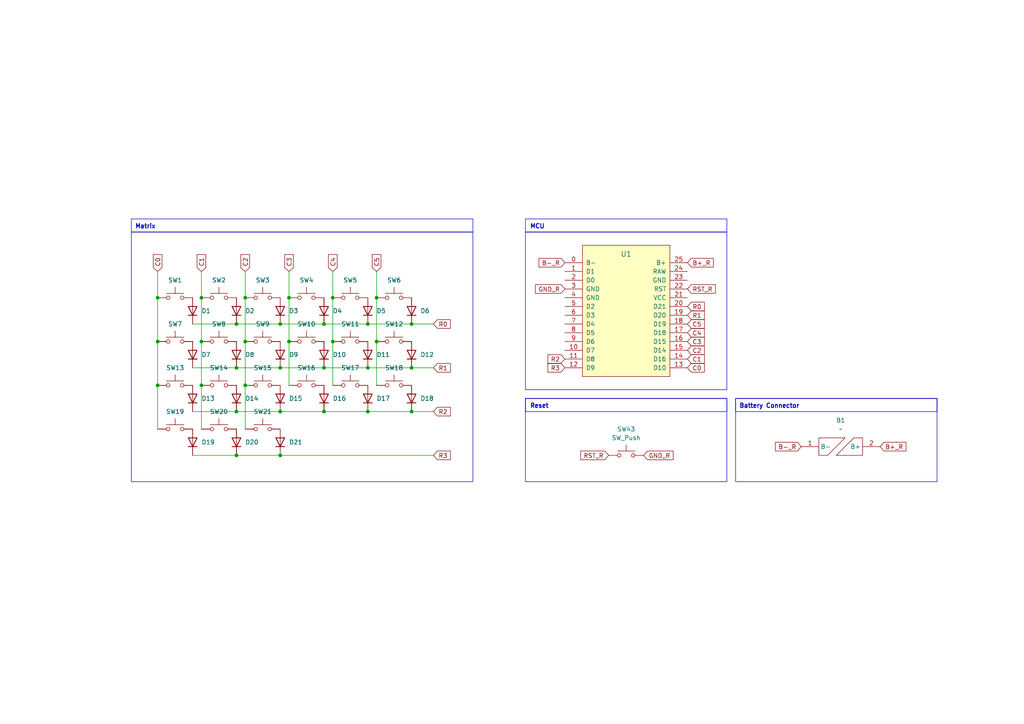
<source format=kicad_sch>
(kicad_sch (version 20250114) (generator "eeschema") (generator_version "9.0")
  (paper "A4")
  (lib_symbols
    (symbol "Switch:SW_Push" (pin_numbers (hide yes)) (pin_names (offset 1.016) (hide yes))
      (property "Reference" "SW" (at 1.27 2.54 0))
      (property "Value" "SW_Push" (at 0 -1.524 0))
      (symbol "SW_Push_0_1"
        (circle (center -2.032 0) (radius 0.508))
        (polyline (pts (xy 0 1.27) (xy 0 3.048)))
        (circle (center 2.032 0) (radius 0.508))
        (polyline (pts (xy 2.54 1.27) (xy -2.54 1.27)))
        (pin passive line (at -5.08 0 0) (length 2.54) (name "1") (number "1"))
        (pin passive line (at 5.08 0 180) (length 2.54) (name "2") (number "2"))
      )
    )
    (symbol "inpulib:BAT"
      (property "Reference" "B" (at 0 -4.064 0))
      (symbol "BAT_0_1"
        (polyline (pts (xy -1.27 -2.54) (xy 6.35 -2.54) (xy 6.35 2.54) (xy 3.81 2.54) (xy -1.27 -2.54)))
        (polyline (pts (xy 1.27 2.54) (xy -6.35 2.54) (xy -6.35 -2.54) (xy -3.81 -2.54) (xy 1.27 2.54)))
      )
      (symbol "BAT_1_1"
        (pin power_in line (at -11.43 0 0) (length 5.08) (name "B-") (number "1"))
        (pin power_out line (at 11.43 0 180) (length 5.08) (name "B+") (number "2"))
      )
    )
    (symbol "inpulib:D_1N4448W" (pin_numbers (hide yes)) (pin_names (hide yes))
      (property "Reference" "D" (at 0 2.54 0))
      (symbol "D_1N4448W_0_1"
        (polyline (pts (xy -1.27 1.27) (xy -1.27 -1.27)) (stroke (width 0.254)))
        (polyline (pts (xy 1.27 1.27) (xy 1.27 -1.27) (xy -1.27 0) (xy 1.27 1.27)) (stroke (width 0.254)))
        (polyline (pts (xy 1.27 0) (xy -1.27 0)))
      )
      (symbol "D_1N4448W_1_1"
        (pin passive line (at -3.81 0 0) (length 2.54) (name "K") (number "1"))
        (pin passive line (at 3.81 0 180) (length 2.54) (name "A") (number "2"))
      )
    )
    (symbol "inpulib:SW_Push" (pin_numbers (hide yes)) (pin_names (offset 1.016) (hide yes))
      (property "Reference" "SW" (at 1.27 2.54 0))
      (symbol "SW_Push_0_1"
        (circle (center -2.032 0) (radius 0.508))
        (polyline (pts (xy 0 1.27) (xy 0 3.048)))
        (circle (center 2.032 0) (radius 0.508))
        (polyline (pts (xy 2.54 1.27) (xy -2.54 1.27)))
        (pin passive line (at -5.08 0 0) (length 2.54) (name "1") (number "1"))
        (pin passive line (at 5.08 0 180) (length 2.54) (name "2") (number "2"))
      )
    )
    (symbol "inpulib:U_ProMicro_nRF52840" (pin_names (offset 1.016))
      (property "Reference" "U" (at 0 19.304 0))
      (symbol "U_ProMicro_nRF52840_1_1"
        (rectangle (start -12.7 21.59) (end 12.7 -16.51) (fill (type background)))
        (pin power_in line (at -17.78 16.51 0) (length 5.08) (name "B-") (number "0"))
        (pin bidirectional line (at -17.78 13.97 0) (length 5.08) (name "D1") (number "1"))
        (pin bidirectional line (at -17.78 11.43 0) (length 5.08) (name "D0") (number "2"))
        (pin power_in line (at -17.78 8.89 0) (length 5.08) (name "GND") (number "3"))
        (pin power_in line (at -17.78 6.35 0) (length 5.08) (name "GND") (number "4"))
        (pin bidirectional line (at -17.78 3.81 0) (length 5.08) (name "D2") (number "5"))
        (pin bidirectional line (at -17.78 1.27 0) (length 5.08) (name "D3") (number "6"))
        (pin bidirectional line (at -17.78 -1.27 0) (length 5.08) (name "D4") (number "7"))
        (pin bidirectional line (at -17.78 -3.81 0) (length 5.08) (name "D5") (number "8"))
        (pin bidirectional line (at -17.78 -6.35 0) (length 5.08) (name "D6") (number "9"))
        (pin bidirectional line (at -17.78 -8.89 0) (length 5.08) (name "D7") (number "10"))
        (pin bidirectional line (at -17.78 -11.43 0) (length 5.08) (name "D8") (number "11"))
        (pin bidirectional line (at -17.78 -13.97 0) (length 5.08) (name "D9") (number "12"))
        (pin power_out line (at 17.78 16.51 180) (length 5.08) (name "B+") (number "25"))
        (pin power_out line (at 17.78 13.97 180) (length 5.08) (name "RAW") (number "24"))
        (pin power_in line (at 17.78 11.43 180) (length 5.08) (name "GND") (number "23"))
        (pin input line (at 17.78 8.89 180) (length 5.08) (name "RST") (number "22"))
        (pin power_in line (at 17.78 6.35 180) (length 5.08) (name "VCC") (number "21"))
        (pin bidirectional line (at 17.78 3.81 180) (length 5.08) (name "D21") (number "20"))
        (pin bidirectional line (at 17.78 1.27 180) (length 5.08) (name "D20") (number "19"))
        (pin bidirectional line (at 17.78 -1.27 180) (length 5.08) (name "D19") (number "18"))
        (pin bidirectional line (at 17.78 -3.81 180) (length 5.08) (name "D18") (number "17"))
        (pin bidirectional line (at 17.78 -6.35 180) (length 5.08) (name "D15") (number "16"))
        (pin bidirectional line (at 17.78 -8.89 180) (length 5.08) (name "D14") (number "15"))
        (pin bidirectional line (at 17.78 -11.43 180) (length 5.08) (name "D16") (number "14"))
        (pin bidirectional line (at 17.78 -13.97 180) (length 5.08) (name "D10") (number "13"))
      )
    )
  )
  (rectangle (start 152.4 115.57) (end 210.82 139.7))
  (rectangle (start 152.4 115.57) (end 210.82 119.38))
  (rectangle (start 38.1 67.31) (end 137.16 139.7))
  (rectangle (start 38.1 63.5) (end 137.16 67.31))
  (rectangle (start 152.4 63.5) (end 210.82 67.31))
  (rectangle (start 152.4 67.31) (end 210.82 113.03))
  (rectangle (start 213.36 115.57) (end 271.78 119.38))
  (rectangle (start 213.36 115.57) (end 271.78 139.7))
  (text "Battery Connector\n" (at 214.376 117.856 0) (effects (font (size 1.27 1.27) (thickness 0.254)) (justify left)))
  (text "MCU" (at 153.67 65.786 0) (effects (font (size 1.27 1.27) (thickness 0.254)) (justify left)))
  (text "Matrix" (at 42.164 65.786 0) (effects (font (size 1.27 1.27) (thickness 0.254))))
  (text "Reset" (at 153.67 117.856 0) (effects (font (size 1.27 1.27) (thickness 0.254)) (justify left)))
  (junction (at 93.98 93.98))
  (junction (at 81.28 119.38))
  (junction (at 119.38 119.38))
  (junction (at 96.52 99.06))
  (junction (at 45.72 86.36))
  (junction (at 71.12 111.76))
  (junction (at 106.68 93.98))
  (junction (at 106.68 119.38))
  (junction (at 93.98 119.38))
  (junction (at 68.58 132.08))
  (junction (at 58.42 99.06))
  (junction (at 109.22 86.36))
  (junction (at 96.52 86.36))
  (junction (at 83.82 99.06))
  (junction (at 93.98 106.68))
  (junction (at 71.12 86.36))
  (junction (at 68.58 106.68))
  (junction (at 68.58 93.98))
  (junction (at 106.68 106.68))
  (junction (at 45.72 111.76))
  (junction (at 68.58 119.38))
  (junction (at 119.38 106.68))
  (junction (at 83.82 86.36))
  (junction (at 45.72 99.06))
  (junction (at 58.42 86.36))
  (junction (at 58.42 111.76))
  (junction (at 119.38 93.98))
  (junction (at 81.28 106.68))
  (junction (at 81.28 93.98))
  (junction (at 109.22 99.06))
  (junction (at 71.12 99.06))
  (junction (at 81.28 132.08))
  (wire (pts (xy 71.12 78.74) (xy 71.12 86.36)))
  (wire (pts (xy 81.28 93.98) (xy 93.98 93.98)))
  (wire (pts (xy 58.42 78.74) (xy 58.42 86.36)))
  (wire (pts (xy 55.88 106.68) (xy 68.58 106.68)))
  (wire (pts (xy 83.82 86.36) (xy 83.82 99.06)))
  (wire (pts (xy 83.82 78.74) (xy 83.82 86.36)))
  (wire (pts (xy 58.42 111.76) (xy 58.42 124.46)))
  (wire (pts (xy 71.12 86.36) (xy 71.12 99.06)))
  (wire (pts (xy 119.38 106.68) (xy 125.73 106.68)))
  (wire (pts (xy 58.42 86.36) (xy 58.42 99.06)))
  (wire (pts (xy 55.88 93.98) (xy 68.58 93.98)))
  (wire (pts (xy 45.72 99.06) (xy 45.72 111.76)))
  (wire (pts (xy 68.58 132.08) (xy 81.28 132.08)))
  (wire (pts (xy 119.38 93.98) (xy 125.73 93.98)))
  (wire (pts (xy 81.28 119.38) (xy 93.98 119.38)))
  (wire (pts (xy 71.12 99.06) (xy 71.12 111.76)))
  (wire (pts (xy 45.72 78.74) (xy 45.72 86.36)))
  (wire (pts (xy 93.98 93.98) (xy 106.68 93.98)))
  (wire (pts (xy 68.58 119.38) (xy 81.28 119.38)))
  (wire (pts (xy 93.98 119.38) (xy 106.68 119.38)))
  (wire (pts (xy 58.42 99.06) (xy 58.42 111.76)))
  (wire (pts (xy 106.68 119.38) (xy 119.38 119.38)))
  (wire (pts (xy 106.68 106.68) (xy 119.38 106.68)))
  (wire (pts (xy 45.72 86.36) (xy 45.72 99.06)))
  (wire (pts (xy 83.82 99.06) (xy 83.82 111.76)))
  (wire (pts (xy 96.52 86.36) (xy 96.52 99.06)))
  (wire (pts (xy 71.12 111.76) (xy 71.12 124.46)))
  (wire (pts (xy 55.88 132.08) (xy 68.58 132.08)))
  (wire (pts (xy 93.98 106.68) (xy 106.68 106.68)))
  (wire (pts (xy 81.28 132.08) (xy 125.73 132.08)))
  (wire (pts (xy 96.52 78.74) (xy 96.52 86.36)))
  (wire (pts (xy 96.52 99.06) (xy 96.52 111.76)))
  (wire (pts (xy 109.22 78.74) (xy 109.22 86.36)))
  (wire (pts (xy 68.58 93.98) (xy 81.28 93.98)))
  (wire (pts (xy 109.22 86.36) (xy 109.22 99.06)))
  (wire (pts (xy 81.28 106.68) (xy 93.98 106.68)))
  (wire (pts (xy 55.88 119.38) (xy 68.58 119.38)))
  (wire (pts (xy 68.58 106.68) (xy 81.28 106.68)))
  (wire (pts (xy 109.22 99.06) (xy 109.22 111.76)))
  (wire (pts (xy 106.68 93.98) (xy 119.38 93.98)))
  (wire (pts (xy 45.72 111.76) (xy 45.72 124.46)))
  (wire (pts (xy 119.38 119.38) (xy 125.73 119.38)))
  (global_label "C5" (shape input) (at 109.22 78.74 90) (property "Intersheetrefs" "${INTERSHEET_REFS}" (effects (hide yes))))
  (global_label "R0" (shape input) (at 199.39 88.9 0) (property "Intersheetrefs" "${INTERSHEET_REFS}" (effects (hide yes))))
  (global_label "C5" (shape input) (at 199.39 93.98 0) (property "Intersheetrefs" "${INTERSHEET_REFS}" (effects (hide yes))))
  (global_label "R3" (shape input) (at 125.73 132.08 0) (property "Intersheetrefs" "${INTERSHEET_REFS}" (effects (hide yes))))
  (global_label "C1" (shape input) (at 199.39 104.14 0) (property "Intersheetrefs" "${INTERSHEET_REFS}" (effects (hide yes))))
  (global_label "B-_R" (shape input) (at 163.83 76.2 180) (property "Intersheetrefs" "${INTERSHEET_REFS}" (effects (hide yes))))
  (global_label "RST_R" (shape input) (at 176.53 132.08 180) (property "Intersheetrefs" "${INTERSHEET_REFS}" (effects (hide yes))))
  (global_label "GND_R" (shape input) (at 163.83 83.82 180) (property "Intersheetrefs" "${INTERSHEET_REFS}" (effects (hide yes))))
  (global_label "C4" (shape input) (at 96.52 78.74 90) (property "Intersheetrefs" "${INTERSHEET_REFS}" (effects (hide yes))))
  (global_label "C3" (shape input) (at 83.82 78.74 90) (property "Intersheetrefs" "${INTERSHEET_REFS}" (effects (hide yes))))
  (global_label "C0" (shape input) (at 45.72 78.74 90) (property "Intersheetrefs" "${INTERSHEET_REFS}" (effects (hide yes))))
  (global_label "R1" (shape input) (at 199.39 91.44 0) (property "Intersheetrefs" "${INTERSHEET_REFS}" (effects (hide yes))))
  (global_label "C0" (shape input) (at 199.39 106.68 0) (property "Intersheetrefs" "${INTERSHEET_REFS}" (effects (hide yes))))
  (global_label "GND_R" (shape input) (at 186.69 132.08 0) (property "Intersheetrefs" "${INTERSHEET_REFS}" (effects (hide yes))))
  (global_label "B+_R" (shape input) (at 255.27 129.54 0) (property "Intersheetrefs" "${INTERSHEET_REFS}" (effects (hide yes))))
  (global_label "R0" (shape input) (at 125.73 93.98 0) (property "Intersheetrefs" "${INTERSHEET_REFS}" (effects (hide yes))))
  (global_label "B-_R" (shape input) (at 232.41 129.54 180) (property "Intersheetrefs" "${INTERSHEET_REFS}" (effects (hide yes))))
  (global_label "C2" (shape input) (at 71.12 78.74 90) (property "Intersheetrefs" "${INTERSHEET_REFS}" (effects (hide yes))))
  (global_label "C2" (shape input) (at 199.39 101.6 0) (property "Intersheetrefs" "${INTERSHEET_REFS}" (effects (hide yes))))
  (global_label "R3" (shape input) (at 163.83 106.68 180) (property "Intersheetrefs" "${INTERSHEET_REFS}" (effects (hide yes))))
  (global_label "B+_R" (shape input) (at 199.39 76.2 0) (property "Intersheetrefs" "${INTERSHEET_REFS}" (effects (hide yes))))
  (global_label "R2" (shape input) (at 125.73 119.38 0) (property "Intersheetrefs" "${INTERSHEET_REFS}" (effects (hide yes))))
  (global_label "C1" (shape input) (at 58.42 78.74 90) (property "Intersheetrefs" "${INTERSHEET_REFS}" (effects (hide yes))))
  (global_label "C4" (shape input) (at 199.39 96.52 0) (property "Intersheetrefs" "${INTERSHEET_REFS}" (effects (hide yes))))
  (global_label "R2" (shape input) (at 163.83 104.14 180) (property "Intersheetrefs" "${INTERSHEET_REFS}" (effects (hide yes))))
  (global_label "C3" (shape input) (at 199.39 99.06 0) (property "Intersheetrefs" "${INTERSHEET_REFS}" (effects (hide yes))))
  (global_label "R1" (shape input) (at 125.73 106.68 0) (property "Intersheetrefs" "${INTERSHEET_REFS}" (effects (hide yes))))
  (global_label "RST_R" (shape input) (at 199.39 83.82 0) (property "Intersheetrefs" "${INTERSHEET_REFS}" (effects (hide yes))))
  (symbol (lib_id "inpulib:SW_Push") (at 63.5 124.46 0) (unit 1)
    (property "Reference" "SW20" (at 63.5 119.38 0))
    (property "Footprint" "switches:SW_Choc_V1V2_HS" (effects (hide yes)))
    (property "Description" "Momentary push button, 2 pins" (effects (hide yes)))
  )
  (symbol (lib_id "Switch:SW_Push") (at 181.61 132.08 0) (unit 1)
    (property "Reference" "SW43" (at 181.61 124.46 0))
    (property "Value" "SW_Push" (at 181.61 127 0))
    (property "Footprint" "buttons:SW_SMD_5x5" (effects (hide yes)))
    (property "Description" "Push button switch, generic, two pins" (effects (hide yes)))
  )
  (symbol (lib_id "inpulib:D_1N4448W") (at 119.38 90.17 90) (unit 1)
    (property "Reference" "D6" (at 121.92 90.1699 90) (effects (justify right)))
    (property "Footprint" "Library:D_SOD-323_Increased" (effects (hide yes)))
    (property "Description" "High-speed switching diode 1N4448W, SOD-123 package, SMD, 100 V, 0.15 A" (effects (hide yes)))
  )
  (symbol (lib_id "inpulib:SW_Push") (at 114.3 111.76 0) (unit 1)
    (property "Reference" "SW18" (at 114.3 106.68 0))
    (property "Footprint" "switches:SW_Choc_V1V2_HS" (effects (hide yes)))
    (property "Description" "Momentary push button, 2 pins" (effects (hide yes)))
  )
  (symbol (lib_id "inpulib:D_1N4448W") (at 68.58 102.87 90) (unit 1)
    (property "Reference" "D8" (at 71.12 102.8699 90) (effects (justify right)))
    (property "Footprint" "Library:D_SOD-323_Increased" (effects (hide yes)))
    (property "Description" "High-speed switching diode 1N4448W, SOD-123 package, SMD, 100 V, 0.15 A" (effects (hide yes)))
  )
  (symbol (lib_id "inpulib:SW_Push") (at 76.2 124.46 0) (unit 1)
    (property "Reference" "SW21" (at 76.2 119.38 0))
    (property "Footprint" "switches:SW_Choc_V1V2_HS" (effects (hide yes)))
    (property "Description" "Momentary push button, 2 pins" (effects (hide yes)))
  )
  (symbol (lib_id "inpulib:D_1N4448W") (at 55.88 115.57 90) (unit 1)
    (property "Reference" "D13" (at 58.42 115.5699 90) (effects (justify right)))
    (property "Footprint" "Library:D_SOD-323_Increased" (effects (hide yes)))
    (property "Description" "High-speed switching diode 1N4448W, SOD-123 package, SMD, 100 V, 0.15 A" (effects (hide yes)))
  )
  (symbol (lib_id "inpulib:SW_Push") (at 101.6 99.06 0) (unit 1)
    (property "Reference" "SW11" (at 101.6 93.98 0))
    (property "Footprint" "switches:SW_Choc_V1V2_HS" (effects (hide yes)))
    (property "Description" "Momentary push button, 2 pins" (effects (hide yes)))
  )
  (symbol (lib_id "inpulib:D_1N4448W") (at 93.98 115.57 90) (unit 1)
    (property "Reference" "D16" (at 96.52 115.5699 90) (effects (justify right)))
    (property "Footprint" "Library:D_SOD-323_Increased" (effects (hide yes)))
    (property "Description" "High-speed switching diode 1N4448W, SOD-123 package, SMD, 100 V, 0.15 A" (effects (hide yes)))
  )
  (symbol (lib_id "inpulib:SW_Push") (at 76.2 111.76 0) (unit 1)
    (property "Reference" "SW15" (at 76.2 106.68 0))
    (property "Footprint" "switches:SW_Choc_V1V2_HS" (effects (hide yes)))
    (property "Description" "Momentary push button, 2 pins" (effects (hide yes)))
  )
  (symbol (lib_id "inpulib:D_1N4448W") (at 81.28 102.87 90) (unit 1)
    (property "Reference" "D9" (at 83.82 102.8699 90) (effects (justify right)))
    (property "Footprint" "Library:D_SOD-323_Increased" (effects (hide yes)))
    (property "Description" "High-speed switching diode 1N4448W, SOD-123 package, SMD, 100 V, 0.15 A" (effects (hide yes)))
  )
  (symbol (lib_id "inpulib:D_1N4448W") (at 55.88 90.17 90) (unit 1)
    (property "Reference" "D1" (at 58.42 90.1699 90) (effects (justify right)))
    (property "Footprint" "Library:D_SOD-323_Increased" (effects (hide yes)))
    (property "Description" "High-speed switching diode 1N4448W, SOD-123 package, SMD, 100 V, 0.15 A" (effects (hide yes)))
  )
  (symbol (lib_id "inpulib:D_1N4448W") (at 106.68 102.87 90) (unit 1)
    (property "Reference" "D11" (at 109.22 102.8699 90) (effects (justify right)))
    (property "Footprint" "Library:D_SOD-323_Increased" (effects (hide yes)))
    (property "Description" "High-speed switching diode 1N4448W, SOD-123 package, SMD, 100 V, 0.15 A" (effects (hide yes)))
  )
  (symbol (lib_id "inpulib:BAT") (at 243.84 129.54 0) (unit 1)
    (property "Reference" "B1" (at 243.84 121.92 0))
    (property "Value" "~" (at 243.84 124.46 0))
    (property "Footprint" "connectors:BAT_RECT" (effects (hide yes)))
  )
  (symbol (lib_id "inpulib:D_1N4448W") (at 106.68 115.57 90) (unit 1)
    (property "Reference" "D17" (at 109.22 115.5699 90) (effects (justify right)))
    (property "Footprint" "Library:D_SOD-323_Increased" (effects (hide yes)))
    (property "Description" "High-speed switching diode 1N4448W, SOD-123 package, SMD, 100 V, 0.15 A" (effects (hide yes)))
  )
  (symbol (lib_id "inpulib:D_1N4448W") (at 81.28 90.17 90) (unit 1)
    (property "Reference" "D3" (at 83.82 90.1699 90) (effects (justify right)))
    (property "Footprint" "Library:D_SOD-323_Increased" (effects (hide yes)))
    (property "Description" "High-speed switching diode 1N4448W, SOD-123 package, SMD, 100 V, 0.15 A" (effects (hide yes)))
  )
  (symbol (lib_id "inpulib:SW_Push") (at 63.5 99.06 0) (unit 1)
    (property "Reference" "SW8" (at 63.5 93.98 0))
    (property "Footprint" "switches:SW_Choc_V1V2_HS" (effects (hide yes)))
    (property "Description" "Momentary push button, 2 pins" (effects (hide yes)))
  )
  (symbol (lib_id "inpulib:SW_Push") (at 50.8 86.36 0) (unit 1)
    (property "Reference" "SW1" (at 50.8 81.28 0))
    (property "Footprint" "switches:SW_Choc_V1V2_HS" (effects (hide yes)))
    (property "Description" "Momentary push button, 2 pins" (effects (hide yes)))
  )
  (symbol (lib_id "inpulib:SW_Push") (at 50.8 99.06 0) (unit 1)
    (property "Reference" "SW7" (at 50.8 93.98 0))
    (property "Footprint" "switches:SW_Choc_V1V2_HS" (effects (hide yes)))
    (property "Description" "Momentary push button, 2 pins" (effects (hide yes)))
  )
  (symbol (lib_id "inpulib:D_1N4448W") (at 81.28 128.27 90) (unit 1)
    (property "Reference" "D21" (at 83.82 128.2699 90) (effects (justify right)))
    (property "Footprint" "Library:D_SOD-323_Increased" (effects (hide yes)))
    (property "Description" "High-speed switching diode 1N4448W, SOD-123 package, SMD, 100 V, 0.15 A" (effects (hide yes)))
  )
  (symbol (lib_id "inpulib:SW_Push") (at 114.3 99.06 0) (unit 1)
    (property "Reference" "SW12" (at 114.3 93.98 0))
    (property "Footprint" "switches:SW_Choc_V1V2_HS" (effects (hide yes)))
    (property "Description" "Momentary push button, 2 pins" (effects (hide yes)))
  )
  (symbol (lib_id "inpulib:SW_Push") (at 63.5 86.36 0) (unit 1)
    (property "Reference" "SW2" (at 63.5 81.28 0))
    (property "Footprint" "switches:SW_Choc_V1V2_HS" (effects (hide yes)))
    (property "Description" "Momentary push button, 2 pins" (effects (hide yes)))
  )
  (symbol (lib_id "inpulib:D_1N4448W") (at 93.98 90.17 90) (unit 1)
    (property "Reference" "D4" (at 96.52 90.1699 90) (effects (justify right)))
    (property "Footprint" "Library:D_SOD-323_Increased" (effects (hide yes)))
    (property "Description" "High-speed switching diode 1N4448W, SOD-123 package, SMD, 100 V, 0.15 A" (effects (hide yes)))
  )
  (symbol (lib_id "inpulib:D_1N4448W") (at 68.58 128.27 90) (unit 1)
    (property "Reference" "D20" (at 71.12 128.2699 90) (effects (justify right)))
    (property "Footprint" "Library:D_SOD-323_Increased" (effects (hide yes)))
    (property "Description" "High-speed switching diode 1N4448W, SOD-123 package, SMD, 100 V, 0.15 A" (effects (hide yes)))
  )
  (symbol (lib_id "inpulib:D_1N4448W") (at 93.98 102.87 90) (unit 1)
    (property "Reference" "D10" (at 96.52 102.8699 90) (effects (justify right)))
    (property "Footprint" "Library:D_SOD-323_Increased" (effects (hide yes)))
    (property "Description" "High-speed switching diode 1N4448W, SOD-123 package, SMD, 100 V, 0.15 A" (effects (hide yes)))
  )
  (symbol (lib_id "inpulib:SW_Push") (at 50.8 111.76 0) (unit 1)
    (property "Reference" "SW13" (at 50.8 106.68 0))
    (property "Footprint" "switches:SW_Choc_V1V2_HS" (effects (hide yes)))
    (property "Description" "Momentary push button, 2 pins" (effects (hide yes)))
  )
  (symbol (lib_id "inpulib:SW_Push") (at 88.9 99.06 0) (unit 1)
    (property "Reference" "SW10" (at 88.9 93.98 0))
    (property "Footprint" "switches:SW_Choc_V1V2_HS" (effects (hide yes)))
    (property "Description" "Momentary push button, 2 pins" (effects (hide yes)))
  )
  (symbol (lib_id "inpulib:D_1N4448W") (at 55.88 102.87 90) (unit 1)
    (property "Reference" "D7" (at 58.42 102.8699 90) (effects (justify right)))
    (property "Footprint" "Library:D_SOD-323_Increased" (effects (hide yes)))
    (property "Description" "High-speed switching diode 1N4448W, SOD-123 package, SMD, 100 V, 0.15 A" (effects (hide yes)))
  )
  (symbol (lib_id "inpulib:D_1N4448W") (at 119.38 115.57 90) (unit 1)
    (property "Reference" "D18" (at 121.92 115.5699 90) (effects (justify right)))
    (property "Footprint" "Library:D_SOD-323_Increased" (effects (hide yes)))
    (property "Description" "High-speed switching diode 1N4448W, SOD-123 package, SMD, 100 V, 0.15 A" (effects (hide yes)))
  )
  (symbol (lib_id "inpulib:D_1N4448W") (at 68.58 115.57 90) (unit 1)
    (property "Reference" "D14" (at 71.12 115.5699 90) (effects (justify right)))
    (property "Footprint" "Library:D_SOD-323_Increased" (effects (hide yes)))
    (property "Description" "High-speed switching diode 1N4448W, SOD-123 package, SMD, 100 V, 0.15 A" (effects (hide yes)))
  )
  (symbol (lib_id "inpulib:D_1N4448W") (at 106.68 90.17 90) (unit 1)
    (property "Reference" "D5" (at 109.22 90.1699 90) (effects (justify right)))
    (property "Footprint" "Library:D_SOD-323_Increased" (effects (hide yes)))
    (property "Description" "High-speed switching diode 1N4448W, SOD-123 package, SMD, 100 V, 0.15 A" (effects (hide yes)))
  )
  (symbol (lib_id "inpulib:SW_Push") (at 63.5 111.76 0) (unit 1)
    (property "Reference" "SW14" (at 63.5 106.68 0))
    (property "Footprint" "switches:SW_Choc_V1V2_HS" (effects (hide yes)))
    (property "Description" "Momentary push button, 2 pins" (effects (hide yes)))
  )
  (symbol (lib_id "inpulib:D_1N4448W") (at 55.88 128.27 90) (unit 1)
    (property "Reference" "D19" (at 58.42 128.2699 90) (effects (justify right)))
    (property "Footprint" "Library:D_SOD-323_Increased" (effects (hide yes)))
    (property "Description" "High-speed switching diode 1N4448W, SOD-123 package, SMD, 100 V, 0.15 A" (effects (hide yes)))
  )
  (symbol (lib_id "inpulib:SW_Push") (at 101.6 86.36 0) (unit 1)
    (property "Reference" "SW5" (at 101.6 81.28 0))
    (property "Footprint" "switches:SW_Choc_V1V2_HS" (effects (hide yes)))
    (property "Description" "Momentary push button, 2 pins" (effects (hide yes)))
  )
  (symbol (lib_id "inpulib:SW_Push") (at 76.2 86.36 0) (unit 1)
    (property "Reference" "SW3" (at 76.2 81.28 0))
    (property "Footprint" "switches:SW_Choc_V1V2_HS" (effects (hide yes)))
    (property "Description" "Momentary push button, 2 pins" (effects (hide yes)))
  )
  (symbol (lib_id "inpulib:D_1N4448W") (at 81.28 115.57 90) (unit 1)
    (property "Reference" "D15" (at 83.82 115.5699 90) (effects (justify right)))
    (property "Footprint" "Library:D_SOD-323_Increased" (effects (hide yes)))
    (property "Description" "High-speed switching diode 1N4448W, SOD-123 package, SMD, 100 V, 0.15 A" (effects (hide yes)))
  )
  (symbol (lib_id "inpulib:SW_Push") (at 101.6 111.76 0) (unit 1)
    (property "Reference" "SW17" (at 101.6 106.68 0))
    (property "Footprint" "switches:SW_Choc_V1V2_HS" (effects (hide yes)))
    (property "Description" "Momentary push button, 2 pins" (effects (hide yes)))
  )
  (symbol (lib_id "inpulib:U_ProMicro_nRF52840") (at 181.61 92.71 0) (unit 1)
    (property "Reference" "U1" (at 181.61 73.66 0) (effects (font (size 1.524 1.524))))
    (property "Footprint" "mcu:U_ProMicro_nRF52840_MidMount" (effects (hide yes)))
    (property "Description" "Pro Micro nRF52840 microcontroller board symbol" (effects (hide yes)))
  )
  (symbol (lib_id "inpulib:SW_Push") (at 88.9 111.76 0) (unit 1)
    (property "Reference" "SW16" (at 88.9 106.68 0))
    (property "Footprint" "switches:SW_Choc_V1V2_HS" (effects (hide yes)))
    (property "Description" "Momentary push button, 2 pins" (effects (hide yes)))
  )
  (symbol (lib_id "inpulib:SW_Push") (at 50.8 124.46 0) (unit 1)
    (property "Reference" "SW19" (at 50.8 119.38 0))
    (property "Footprint" "switches:SW_Choc_V1V2_HS" (effects (hide yes)))
    (property "Description" "Momentary push button, 2 pins" (effects (hide yes)))
  )
  (symbol (lib_id "inpulib:SW_Push") (at 88.9 86.36 0) (unit 1)
    (property "Reference" "SW4" (at 88.9 81.28 0))
    (property "Footprint" "switches:SW_Choc_V1V2_HS" (effects (hide yes)))
    (property "Description" "Momentary push button, 2 pins" (effects (hide yes)))
  )
  (symbol (lib_id "inpulib:SW_Push") (at 76.2 99.06 0) (unit 1)
    (property "Reference" "SW9" (at 76.2 93.98 0))
    (property "Footprint" "switches:SW_Choc_V1V2_HS" (effects (hide yes)))
    (property "Description" "Momentary push button, 2 pins" (effects (hide yes)))
  )
  (symbol (lib_id "inpulib:D_1N4448W") (at 119.38 102.87 90) (unit 1)
    (property "Reference" "D12" (at 121.92 102.8699 90) (effects (justify right)))
    (property "Footprint" "Library:D_SOD-323_Increased" (effects (hide yes)))
    (property "Description" "High-speed switching diode 1N4448W, SOD-123 package, SMD, 100 V, 0.15 A" (effects (hide yes)))
  )
  (symbol (lib_id "inpulib:SW_Push") (at 114.3 86.36 0) (unit 1)
    (property "Reference" "SW6" (at 114.3 81.28 0))
    (property "Footprint" "switches:SW_Choc_V1V2_HS" (effects (hide yes)))
    (property "Description" "Momentary push button, 2 pins" (effects (hide yes)))
  )
  (symbol (lib_id "inpulib:D_1N4448W") (at 68.58 90.17 90) (unit 1)
    (property "Reference" "D2" (at 71.12 90.1699 90) (effects (justify right)))
    (property "Footprint" "Library:D_SOD-323_Increased" (effects (hide yes)))
    (property "Description" "High-speed switching diode 1N4448W, SOD-123 package, SMD, 100 V, 0.15 A" (effects (hide yes)))
  )
)
</source>
